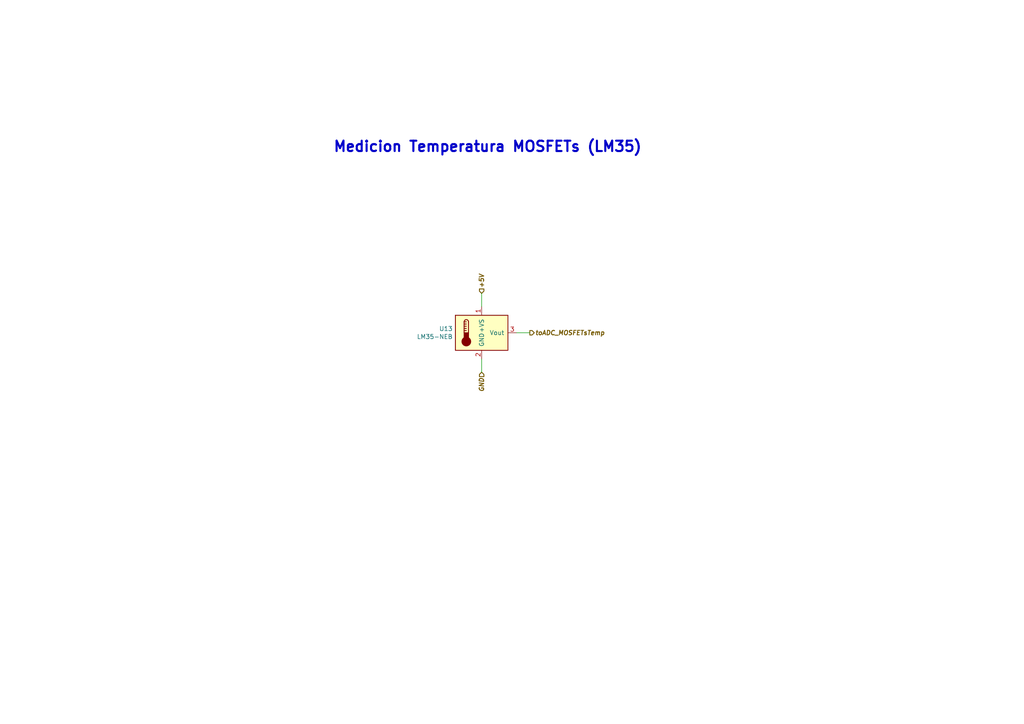
<source format=kicad_sch>
(kicad_sch (version 20211123) (generator eeschema)
  (paper "A4")
  (lib_symbols
    (symbol "Sensor_Temperature:LM35-NEB" (pin_names (offset 1.016))
      (property "Reference" "U" (at -6.35 6.35 0))
      (property "Value" "LM35-NEB" (at 1.27 6.35 0))
      (symbol "LM35-NEB_0_1"
        (rectangle (start -7.62 5.08) (end 7.62 -5.08) (stroke (width 0.254)) (fill (type background)))
        (circle (center -4.445 -2.54) (radius 1.27) (stroke (width 0.254)) (fill (type outline)))
        (rectangle (start -3.81 -1.905) (end -5.08 0) (stroke (width 0.254)) (fill (type outline)))
        (arc (start -3.81 3.175) (mid -4.445 3.81) (end -5.08 3.175) (stroke (width 0.254)))
        (polyline (pts (xy -5.08 0.635) (xy -4.445 0.635)) (stroke (width 0.254)))
        (polyline (pts (xy -5.08 1.27) (xy -4.445 1.27)) (stroke (width 0.254)))
        (polyline (pts (xy -5.08 1.905) (xy -4.445 1.905)) (stroke (width 0.254)))
        (polyline (pts (xy -5.08 2.54) (xy -4.445 2.54)) (stroke (width 0.254)))
        (polyline (pts (xy -5.08 3.175) (xy -5.08 0)) (stroke (width 0.254)))
        (polyline (pts (xy -5.08 3.175) (xy -4.445 3.175)) (stroke (width 0.254)))
        (polyline (pts (xy -3.81 3.175) (xy -3.81 0)) (stroke (width 0.254)))
      )
      (symbol "LM35-NEB_1_1"
        (pin power_in line (at 0 7.62 270) (length 2.54) (name "+VS") (number "1"))
        (pin power_in line (at 0 -7.62 90) (length 2.54) (name "GND") (number "2"))
        (pin output line (at 10.16 0 180) (length 2.54) (name "Vout") (number "3"))
      )
    )
  )
  (wire (pts (xy 149.86 96.52) (xy 153.67 96.52)))
  (wire (pts (xy 139.7 104.14) (xy 139.7 107.95)))
  (wire (pts (xy 139.7 88.9) (xy 139.7 85.09)))
  (text "Medicion Temperatura MOSFETs (LM35)" (at 96.52 44.45 0) (effects (font (size 2.9972 2.9972) (thickness 0.5994) bold) (justify left bottom)))
  (hierarchical_label "+5V" (shape input) (at 139.7 85.09 90) (effects (font (size 1.2954 1.2954) (thickness 0.2591) bold italic)))
  (hierarchical_label "GND" (shape input) (at 139.7 107.95 270) (effects (font (size 1.2954 1.2954) (thickness 0.2591) bold italic)))
  (hierarchical_label "toADC_MOSFETsTemp" (shape output) (at 153.67 96.52 0) (effects (font (size 1.2954 1.2954) (thickness 0.2591) bold italic)))
  (symbol (lib_id "Sensor_Temperature:LM35-NEB") (at 139.7 96.52 0) (unit 1)
    (property "Reference" "U13" (at 131.318 95.3516 0) (effects (justify right)))
    (property "Value" "LM35-NEB" (at 131.318 97.663 0) (effects (justify right)))
    (property "Footprint" "Connector_PinHeader_2.54mm:PinHeader_1x03_P2.54mm_Vertical" (effects hide))
    (property "Datasheet" "http://www.ti.com/lit/ds/symlink/lm35.pdf" (effects hide))
  )
)
</source>
